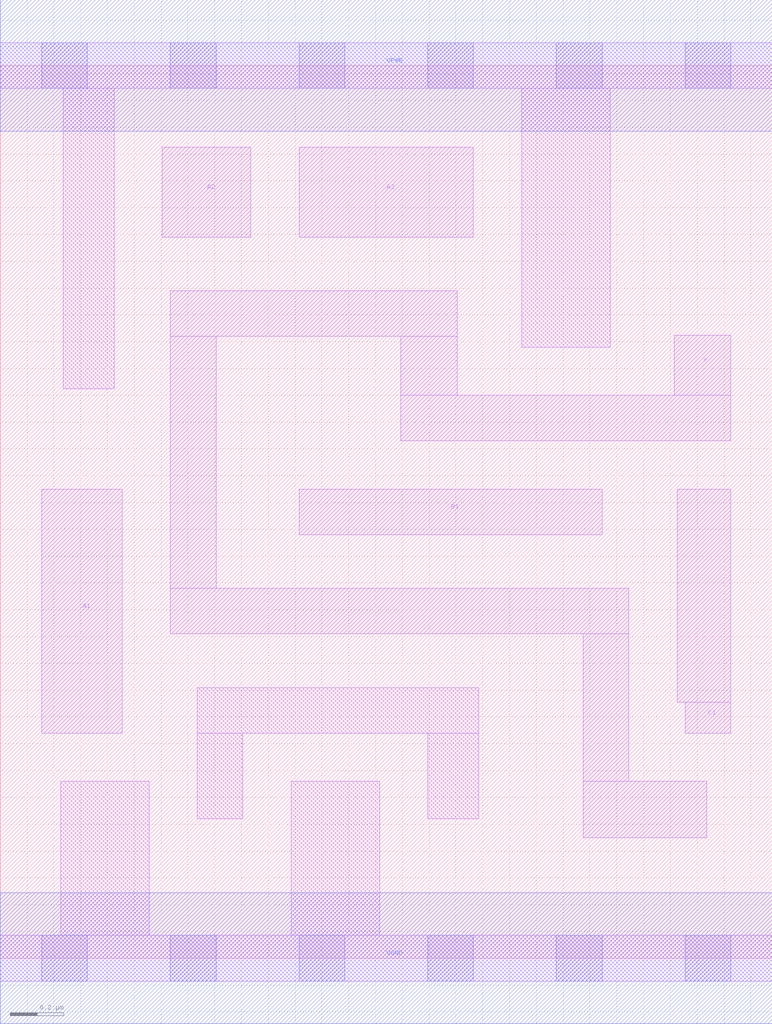
<source format=lef>
# Copyright 2020 The SkyWater PDK Authors
#
# Licensed under the Apache License, Version 2.0 (the "License");
# you may not use this file except in compliance with the License.
# You may obtain a copy of the License at
#
#     https://www.apache.org/licenses/LICENSE-2.0
#
# Unless required by applicable law or agreed to in writing, software
# distributed under the License is distributed on an "AS IS" BASIS,
# WITHOUT WARRANTIES OR CONDITIONS OF ANY KIND, either express or implied.
# See the License for the specific language governing permissions and
# limitations under the License.
#
# SPDX-License-Identifier: Apache-2.0

VERSION 5.7 ;
  NOWIREEXTENSIONATPIN ON ;
  DIVIDERCHAR "/" ;
  BUSBITCHARS "[]" ;
UNITS
  DATABASE MICRONS 200 ;
END UNITS
MACRO sky130_fd_sc_lp__o311ai_m
  CLASS CORE ;
  FOREIGN sky130_fd_sc_lp__o311ai_m ;
  ORIGIN  0.000000  0.000000 ;
  SIZE  2.880000 BY  3.330000 ;
  SYMMETRY X Y R90 ;
  SITE unit ;
  PIN A1
    ANTENNAGATEAREA  0.126000 ;
    DIRECTION INPUT ;
    USE SIGNAL ;
    PORT
      LAYER li1 ;
        RECT 0.155000 0.840000 0.455000 1.750000 ;
    END
  END A1
  PIN A2
    ANTENNAGATEAREA  0.126000 ;
    DIRECTION INPUT ;
    USE SIGNAL ;
    PORT
      LAYER li1 ;
        RECT 0.605000 2.690000 0.935000 3.025000 ;
    END
  END A2
  PIN A3
    ANTENNAGATEAREA  0.126000 ;
    DIRECTION INPUT ;
    USE SIGNAL ;
    PORT
      LAYER li1 ;
        RECT 1.115000 2.690000 1.765000 3.025000 ;
    END
  END A3
  PIN B1
    ANTENNAGATEAREA  0.126000 ;
    DIRECTION INPUT ;
    USE SIGNAL ;
    PORT
      LAYER li1 ;
        RECT 1.115000 1.580000 2.245000 1.750000 ;
    END
  END B1
  PIN C1
    ANTENNAGATEAREA  0.126000 ;
    DIRECTION INPUT ;
    USE SIGNAL ;
    PORT
      LAYER li1 ;
        RECT 2.525000 0.955000 2.725000 1.750000 ;
        RECT 2.555000 0.840000 2.725000 0.955000 ;
    END
  END C1
  PIN Y
    ANTENNADIFFAREA  0.340200 ;
    DIRECTION OUTPUT ;
    USE SIGNAL ;
    PORT
      LAYER li1 ;
        RECT 0.635000 1.210000 2.345000 1.380000 ;
        RECT 0.635000 1.380000 0.805000 2.320000 ;
        RECT 0.635000 2.320000 1.705000 2.490000 ;
        RECT 1.495000 1.930000 2.725000 2.100000 ;
        RECT 1.495000 2.100000 1.705000 2.320000 ;
        RECT 2.175000 0.450000 2.635000 0.660000 ;
        RECT 2.175000 0.660000 2.345000 1.210000 ;
        RECT 2.515000 2.100000 2.725000 2.325000 ;
    END
  END Y
  PIN VGND
    DIRECTION INOUT ;
    USE GROUND ;
    PORT
      LAYER met1 ;
        RECT 0.000000 -0.245000 2.880000 0.245000 ;
    END
  END VGND
  PIN VPWR
    DIRECTION INOUT ;
    USE POWER ;
    PORT
      LAYER met1 ;
        RECT 0.000000 3.085000 2.880000 3.575000 ;
    END
  END VPWR
  OBS
    LAYER li1 ;
      RECT 0.000000 -0.085000 2.880000 0.085000 ;
      RECT 0.000000  3.245000 2.880000 3.415000 ;
      RECT 0.225000  0.085000 0.555000 0.660000 ;
      RECT 0.235000  2.125000 0.425000 3.245000 ;
      RECT 0.735000  0.520000 0.905000 0.840000 ;
      RECT 0.735000  0.840000 1.785000 1.010000 ;
      RECT 1.085000  0.085000 1.415000 0.660000 ;
      RECT 1.595000  0.520000 1.785000 0.840000 ;
      RECT 1.945000  2.280000 2.275000 3.245000 ;
    LAYER mcon ;
      RECT 0.155000 -0.085000 0.325000 0.085000 ;
      RECT 0.155000  3.245000 0.325000 3.415000 ;
      RECT 0.635000 -0.085000 0.805000 0.085000 ;
      RECT 0.635000  3.245000 0.805000 3.415000 ;
      RECT 1.115000 -0.085000 1.285000 0.085000 ;
      RECT 1.115000  3.245000 1.285000 3.415000 ;
      RECT 1.595000 -0.085000 1.765000 0.085000 ;
      RECT 1.595000  3.245000 1.765000 3.415000 ;
      RECT 2.075000 -0.085000 2.245000 0.085000 ;
      RECT 2.075000  3.245000 2.245000 3.415000 ;
      RECT 2.555000 -0.085000 2.725000 0.085000 ;
      RECT 2.555000  3.245000 2.725000 3.415000 ;
  END
END sky130_fd_sc_lp__o311ai_m
END LIBRARY

</source>
